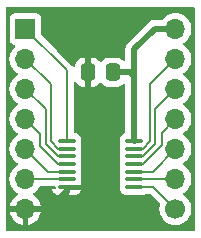
<source format=gtl>
%TF.GenerationSoftware,KiCad,Pcbnew,8.0.4*%
%TF.CreationDate,2025-01-06T14:25:04+00:00*%
%TF.ProjectId,tssop_14_breakout,7473736f-705f-4313-945f-627265616b6f,rev?*%
%TF.SameCoordinates,Original*%
%TF.FileFunction,Copper,L1,Top*%
%TF.FilePolarity,Positive*%
%FSLAX46Y46*%
G04 Gerber Fmt 4.6, Leading zero omitted, Abs format (unit mm)*
G04 Created by KiCad (PCBNEW 8.0.4) date 2025-01-06 14:25:04*
%MOMM*%
%LPD*%
G01*
G04 APERTURE LIST*
G04 Aperture macros list*
%AMRoundRect*
0 Rectangle with rounded corners*
0 $1 Rounding radius*
0 $2 $3 $4 $5 $6 $7 $8 $9 X,Y pos of 4 corners*
0 Add a 4 corners polygon primitive as box body*
4,1,4,$2,$3,$4,$5,$6,$7,$8,$9,$2,$3,0*
0 Add four circle primitives for the rounded corners*
1,1,$1+$1,$2,$3*
1,1,$1+$1,$4,$5*
1,1,$1+$1,$6,$7*
1,1,$1+$1,$8,$9*
0 Add four rect primitives between the rounded corners*
20,1,$1+$1,$2,$3,$4,$5,0*
20,1,$1+$1,$4,$5,$6,$7,0*
20,1,$1+$1,$6,$7,$8,$9,0*
20,1,$1+$1,$8,$9,$2,$3,0*%
G04 Aperture macros list end*
%TA.AperFunction,SMDPad,CuDef*%
%ADD10RoundRect,0.250000X-0.337500X-0.475000X0.337500X-0.475000X0.337500X0.475000X-0.337500X0.475000X0*%
%TD*%
%TA.AperFunction,ComponentPad*%
%ADD11R,1.700000X1.700000*%
%TD*%
%TA.AperFunction,ComponentPad*%
%ADD12O,1.700000X1.700000*%
%TD*%
%TA.AperFunction,SMDPad,CuDef*%
%ADD13RoundRect,0.100000X-0.637500X-0.100000X0.637500X-0.100000X0.637500X0.100000X-0.637500X0.100000X0*%
%TD*%
%TA.AperFunction,ComponentPad*%
%ADD14C,1.700000*%
%TD*%
%TA.AperFunction,ViaPad*%
%ADD15C,0.600000*%
%TD*%
%TA.AperFunction,Conductor*%
%ADD16C,0.500000*%
%TD*%
%TA.AperFunction,Conductor*%
%ADD17C,0.400000*%
%TD*%
%TA.AperFunction,Conductor*%
%ADD18C,0.200000*%
%TD*%
G04 APERTURE END LIST*
D10*
%TO.P,C3,1*%
%TO.N,/GND*%
X57462500Y-56040000D03*
%TO.P,C3,2*%
%TO.N,Net-(J8-Pin_7)*%
X59537500Y-56040000D03*
%TD*%
D11*
%TO.P,J7,1,Pin_1*%
%TO.N,Net-(J7-Pin_1)*%
X52150000Y-52380000D03*
D12*
%TO.P,J7,2,Pin_2*%
%TO.N,Net-(J7-Pin_2)*%
X52150000Y-54920000D03*
%TO.P,J7,3,Pin_3*%
%TO.N,Net-(J7-Pin_3)*%
X52150000Y-57460000D03*
%TO.P,J7,4,Pin_4*%
%TO.N,Net-(J7-Pin_4)*%
X52150000Y-60000000D03*
%TO.P,J7,5,Pin_5*%
%TO.N,Net-(J7-Pin_5)*%
X52150000Y-62540000D03*
%TO.P,J7,6,Pin_6*%
%TO.N,Net-(J7-Pin_6)*%
X52150000Y-65080000D03*
%TO.P,J7,7,Pin_7*%
%TO.N,/GND*%
X52150000Y-67620000D03*
%TD*%
D13*
%TO.P,U4,1,Pin_1*%
%TO.N,Net-(J7-Pin_1)*%
X55637500Y-61860000D03*
%TO.P,U4,2,Pin_2*%
%TO.N,Net-(J7-Pin_2)*%
X55637500Y-62510000D03*
%TO.P,U4,3,Pin_3*%
%TO.N,Net-(J7-Pin_3)*%
X55637500Y-63160000D03*
%TO.P,U4,4,Pin_4*%
%TO.N,Net-(J7-Pin_4)*%
X55637500Y-63810000D03*
%TO.P,U4,5,Pin_5*%
%TO.N,Net-(J7-Pin_5)*%
X55637500Y-64460000D03*
%TO.P,U4,6,Pin_6*%
%TO.N,Net-(J7-Pin_6)*%
X55637500Y-65110000D03*
%TO.P,U4,7,Pin_7*%
%TO.N,/GND*%
X55637500Y-65760000D03*
%TO.P,U4,8,Pin_8*%
%TO.N,Net-(J8-Pin_1)*%
X61362500Y-65760000D03*
%TO.P,U4,9,Pin_9*%
%TO.N,Net-(J8-Pin_2)*%
X61362500Y-65110000D03*
%TO.P,U4,10,Pin_10*%
%TO.N,Net-(J8-Pin_3)*%
X61362500Y-64460000D03*
%TO.P,U4,11,Pin_11*%
%TO.N,Net-(J8-Pin_4)*%
X61362500Y-63810000D03*
%TO.P,U4,12,Pin_12*%
%TO.N,Net-(J8-Pin_5)*%
X61362500Y-63160000D03*
%TO.P,U4,13,Pin_13*%
%TO.N,Net-(J8-Pin_6)*%
X61362500Y-62510000D03*
%TO.P,U4,14,Pin_14*%
%TO.N,Net-(J8-Pin_7)*%
X61362500Y-61860000D03*
%TD*%
D14*
%TO.P,J8,1,Pin_1*%
%TO.N,Net-(J8-Pin_1)*%
X64850000Y-67620000D03*
D12*
%TO.P,J8,2,Pin_2*%
%TO.N,Net-(J8-Pin_2)*%
X64850000Y-65080000D03*
%TO.P,J8,3,Pin_3*%
%TO.N,Net-(J8-Pin_3)*%
X64850000Y-62540000D03*
%TO.P,J8,4,Pin_4*%
%TO.N,Net-(J8-Pin_4)*%
X64850000Y-60000000D03*
%TO.P,J8,5,Pin_5*%
%TO.N,Net-(J8-Pin_5)*%
X64850000Y-57460000D03*
%TO.P,J8,6,Pin_6*%
%TO.N,Net-(J8-Pin_6)*%
X64850000Y-54920000D03*
%TO.P,J8,7,Pin_7*%
%TO.N,Net-(J8-Pin_7)*%
X64850000Y-52380000D03*
%TD*%
D15*
%TO.N,/GND*%
X57290000Y-65760000D03*
X57462500Y-58170000D03*
%TD*%
D16*
%TO.N,/GND*%
X55637500Y-66112500D02*
X54130000Y-67620000D01*
X54130000Y-67620000D02*
X52150000Y-67620000D01*
D17*
X55637500Y-65760000D02*
X55637500Y-66112500D01*
X55637500Y-65760000D02*
X57290000Y-65760000D01*
D16*
X57462500Y-56040000D02*
X57462500Y-58162500D01*
%TO.N,Net-(J8-Pin_7)*%
X61362500Y-61622500D02*
X61362500Y-54097500D01*
X63080000Y-52380000D02*
X64850000Y-52380000D01*
X61362500Y-56410000D02*
X60992500Y-56040000D01*
X61362500Y-54097500D02*
X63080000Y-52380000D01*
D17*
X61362500Y-61860000D02*
X61362500Y-61622500D01*
D16*
X60992500Y-56040000D02*
X59537500Y-56040000D01*
D18*
%TO.N,Net-(J7-Pin_1)*%
X55637500Y-55867500D02*
X52150000Y-52380000D01*
X55637500Y-61860000D02*
X55637500Y-55867500D01*
%TO.N,Net-(J7-Pin_3)*%
X53880000Y-59190000D02*
X52150000Y-57460000D01*
X53880000Y-62139999D02*
X53880000Y-59190000D01*
X54900001Y-63160000D02*
X53880000Y-62139999D01*
X55637500Y-63160000D02*
X54900001Y-63160000D01*
%TO.N,Net-(J7-Pin_4)*%
X54900001Y-63810000D02*
X53400000Y-62309999D01*
X53400000Y-62309999D02*
X53400000Y-61250000D01*
X55637500Y-63810000D02*
X54900001Y-63810000D01*
X53400000Y-61250000D02*
X52150000Y-60000000D01*
%TO.N,Net-(J7-Pin_2)*%
X54280000Y-57050000D02*
X52150000Y-54920000D01*
X54280000Y-61889999D02*
X54280000Y-57050000D01*
X55637500Y-62510000D02*
X54900001Y-62510000D01*
X54900001Y-62510000D02*
X54280000Y-61889999D01*
%TO.N,Net-(J8-Pin_6)*%
X62730000Y-57040000D02*
X64850000Y-54920000D01*
X61362500Y-62510000D02*
X62099999Y-62510000D01*
X62730000Y-61879999D02*
X62730000Y-57040000D01*
X62099999Y-62510000D02*
X62730000Y-61879999D01*
%TO.N,Net-(J8-Pin_4)*%
X63700000Y-62209999D02*
X63700000Y-61150000D01*
X63700000Y-61150000D02*
X64850000Y-60000000D01*
X61362500Y-63810000D02*
X62099999Y-63810000D01*
X62099999Y-63810000D02*
X63700000Y-62209999D01*
%TO.N,Net-(J8-Pin_3)*%
X62930000Y-64460000D02*
X64850000Y-62540000D01*
X61362500Y-64460000D02*
X62930000Y-64460000D01*
%TO.N,Net-(J8-Pin_2)*%
X64820000Y-65110000D02*
X64850000Y-65080000D01*
X61362500Y-65110000D02*
X64820000Y-65110000D01*
%TO.N,Net-(J8-Pin_5)*%
X63140000Y-59170000D02*
X64850000Y-57460000D01*
X63140000Y-62119999D02*
X63140000Y-59170000D01*
X61362500Y-63160000D02*
X62099999Y-63160000D01*
X62099999Y-63160000D02*
X63140000Y-62119999D01*
%TO.N,Net-(J8-Pin_1)*%
X62990000Y-65760000D02*
X64850000Y-67620000D01*
X61362500Y-65760000D02*
X62990000Y-65760000D01*
%TO.N,Net-(J7-Pin_6)*%
X55637500Y-65110000D02*
X52180000Y-65110000D01*
X52180000Y-65110000D02*
X52150000Y-65080000D01*
%TO.N,Net-(J7-Pin_5)*%
X54070000Y-64460000D02*
X52150000Y-62540000D01*
X55637500Y-64460000D02*
X54070000Y-64460000D01*
%TD*%
%TA.AperFunction,Conductor*%
%TO.N,/GND*%
G36*
X66442539Y-50520185D02*
G01*
X66488294Y-50572989D01*
X66499500Y-50624500D01*
X66499500Y-69375500D01*
X66479815Y-69442539D01*
X66427011Y-69488294D01*
X66375500Y-69499500D01*
X50624500Y-69499500D01*
X50557461Y-69479815D01*
X50511706Y-69427011D01*
X50500500Y-69375500D01*
X50500500Y-54919999D01*
X50794341Y-54919999D01*
X50794341Y-54920000D01*
X50814936Y-55155403D01*
X50814938Y-55155413D01*
X50876094Y-55383655D01*
X50876096Y-55383659D01*
X50876097Y-55383663D01*
X50952384Y-55547260D01*
X50975965Y-55597830D01*
X50975967Y-55597834D01*
X51111501Y-55791395D01*
X51111506Y-55791402D01*
X51278597Y-55958493D01*
X51278603Y-55958498D01*
X51464158Y-56088425D01*
X51507783Y-56143002D01*
X51514977Y-56212500D01*
X51483454Y-56274855D01*
X51464158Y-56291575D01*
X51278597Y-56421505D01*
X51111505Y-56588597D01*
X50975965Y-56782169D01*
X50975964Y-56782171D01*
X50876098Y-56996335D01*
X50876094Y-56996344D01*
X50814938Y-57224586D01*
X50814936Y-57224596D01*
X50794341Y-57459999D01*
X50794341Y-57460000D01*
X50814936Y-57695403D01*
X50814938Y-57695413D01*
X50876094Y-57923655D01*
X50876096Y-57923659D01*
X50876097Y-57923663D01*
X50972437Y-58130265D01*
X50975965Y-58137830D01*
X50975967Y-58137834D01*
X51111501Y-58331395D01*
X51111506Y-58331402D01*
X51278597Y-58498493D01*
X51278603Y-58498498D01*
X51464158Y-58628425D01*
X51507783Y-58683002D01*
X51514977Y-58752500D01*
X51483454Y-58814855D01*
X51464158Y-58831575D01*
X51278597Y-58961505D01*
X51111505Y-59128597D01*
X50975965Y-59322169D01*
X50975964Y-59322171D01*
X50876098Y-59536335D01*
X50876094Y-59536344D01*
X50814938Y-59764586D01*
X50814936Y-59764596D01*
X50794341Y-59999999D01*
X50794341Y-60000000D01*
X50814936Y-60235403D01*
X50814938Y-60235413D01*
X50876094Y-60463655D01*
X50876096Y-60463659D01*
X50876097Y-60463663D01*
X50975965Y-60677830D01*
X50975967Y-60677834D01*
X51111501Y-60871395D01*
X51111506Y-60871402D01*
X51278597Y-61038493D01*
X51278603Y-61038498D01*
X51464158Y-61168425D01*
X51507783Y-61223002D01*
X51514977Y-61292500D01*
X51483454Y-61354855D01*
X51464158Y-61371575D01*
X51278597Y-61501505D01*
X51111505Y-61668597D01*
X50975965Y-61862169D01*
X50975964Y-61862171D01*
X50876098Y-62076335D01*
X50876094Y-62076344D01*
X50814938Y-62304586D01*
X50814936Y-62304596D01*
X50794341Y-62539999D01*
X50794341Y-62540000D01*
X50814936Y-62775403D01*
X50814938Y-62775413D01*
X50876094Y-63003655D01*
X50876096Y-63003659D01*
X50876097Y-63003663D01*
X50884014Y-63020640D01*
X50975965Y-63217830D01*
X50975967Y-63217834D01*
X51111501Y-63411395D01*
X51111506Y-63411402D01*
X51278597Y-63578493D01*
X51278603Y-63578498D01*
X51464158Y-63708425D01*
X51507783Y-63763002D01*
X51514977Y-63832500D01*
X51483454Y-63894855D01*
X51464158Y-63911575D01*
X51278597Y-64041505D01*
X51111505Y-64208597D01*
X50975965Y-64402169D01*
X50975964Y-64402171D01*
X50876098Y-64616335D01*
X50876094Y-64616344D01*
X50814938Y-64844586D01*
X50814936Y-64844596D01*
X50794341Y-65079999D01*
X50794341Y-65080000D01*
X50814936Y-65315403D01*
X50814938Y-65315413D01*
X50876094Y-65543655D01*
X50876096Y-65543659D01*
X50876097Y-65543663D01*
X50920219Y-65638282D01*
X50975965Y-65757830D01*
X50975967Y-65757834D01*
X51084281Y-65912521D01*
X51111501Y-65951396D01*
X51111506Y-65951402D01*
X51278597Y-66118493D01*
X51278603Y-66118498D01*
X51464594Y-66248730D01*
X51508219Y-66303307D01*
X51515413Y-66372805D01*
X51483890Y-66435160D01*
X51464595Y-66451880D01*
X51278922Y-66581890D01*
X51278920Y-66581891D01*
X51111891Y-66748920D01*
X51111886Y-66748926D01*
X50976400Y-66942420D01*
X50976399Y-66942422D01*
X50876570Y-67156507D01*
X50876567Y-67156513D01*
X50819364Y-67369999D01*
X50819364Y-67370000D01*
X51716988Y-67370000D01*
X51684075Y-67427007D01*
X51650000Y-67554174D01*
X51650000Y-67685826D01*
X51684075Y-67812993D01*
X51716988Y-67870000D01*
X50819364Y-67870000D01*
X50876567Y-68083486D01*
X50876570Y-68083492D01*
X50976399Y-68297578D01*
X51111894Y-68491082D01*
X51278917Y-68658105D01*
X51472421Y-68793600D01*
X51686507Y-68893429D01*
X51686516Y-68893433D01*
X51900000Y-68950634D01*
X51900000Y-68053012D01*
X51957007Y-68085925D01*
X52084174Y-68120000D01*
X52215826Y-68120000D01*
X52342993Y-68085925D01*
X52400000Y-68053012D01*
X52400000Y-68950633D01*
X52613483Y-68893433D01*
X52613492Y-68893429D01*
X52827578Y-68793600D01*
X53021082Y-68658105D01*
X53188105Y-68491082D01*
X53323600Y-68297578D01*
X53423429Y-68083492D01*
X53423432Y-68083486D01*
X53480636Y-67870000D01*
X52583012Y-67870000D01*
X52615925Y-67812993D01*
X52650000Y-67685826D01*
X52650000Y-67554174D01*
X52615925Y-67427007D01*
X52583012Y-67370000D01*
X53480636Y-67370000D01*
X53480635Y-67369999D01*
X53423432Y-67156513D01*
X53423429Y-67156507D01*
X53323600Y-66942422D01*
X53323599Y-66942420D01*
X53188113Y-66748926D01*
X53188108Y-66748920D01*
X53021078Y-66581890D01*
X52835405Y-66451879D01*
X52791780Y-66397302D01*
X52784588Y-66327804D01*
X52816110Y-66265449D01*
X52835406Y-66248730D01*
X52958071Y-66162839D01*
X53021401Y-66118495D01*
X53188495Y-65951401D01*
X53320151Y-65763377D01*
X53374728Y-65719752D01*
X53421726Y-65710500D01*
X54623743Y-65710500D01*
X54690782Y-65730185D01*
X54699250Y-65736140D01*
X54701204Y-65737640D01*
X54742395Y-65794076D01*
X54746535Y-65863823D01*
X54712310Y-65924736D01*
X54650586Y-65957476D01*
X54625697Y-65960000D01*
X54407990Y-65960000D01*
X54407988Y-65960001D01*
X54415442Y-66016627D01*
X54415444Y-66016633D01*
X54475899Y-66162585D01*
X54572075Y-66287924D01*
X54697413Y-66384100D01*
X54843365Y-66444554D01*
X54843369Y-66444555D01*
X54960676Y-66459999D01*
X55437499Y-66459999D01*
X55437500Y-66459998D01*
X55437500Y-65934499D01*
X55457185Y-65867460D01*
X55509989Y-65821705D01*
X55561497Y-65810499D01*
X55713501Y-65810499D01*
X55780539Y-65830184D01*
X55826294Y-65882988D01*
X55837500Y-65934499D01*
X55837500Y-66459999D01*
X56314324Y-66459999D01*
X56431628Y-66444557D01*
X56431633Y-66444555D01*
X56577585Y-66384100D01*
X56702924Y-66287924D01*
X56799100Y-66162586D01*
X56859555Y-66016631D01*
X56867012Y-65960000D01*
X56649303Y-65960000D01*
X56582264Y-65940315D01*
X56536509Y-65887511D01*
X56526565Y-65818353D01*
X56555590Y-65754797D01*
X56573816Y-65737624D01*
X56577839Y-65734536D01*
X56577841Y-65734536D01*
X56703282Y-65638282D01*
X56716821Y-65620638D01*
X56726125Y-65608513D01*
X56782553Y-65567310D01*
X56824500Y-65560000D01*
X56867010Y-65560000D01*
X56867011Y-65559998D01*
X56859558Y-65503377D01*
X56859554Y-65503365D01*
X56851163Y-65483106D01*
X56843694Y-65413637D01*
X56851164Y-65388199D01*
X56851433Y-65387550D01*
X56860044Y-65366762D01*
X56875500Y-65249361D01*
X56875499Y-64970640D01*
X56860044Y-64853238D01*
X56860042Y-64853234D01*
X56851435Y-64832455D01*
X56843965Y-64762986D01*
X56851435Y-64737545D01*
X56860044Y-64716762D01*
X56875500Y-64599361D01*
X56875499Y-64320640D01*
X56860044Y-64203238D01*
X56860042Y-64203234D01*
X56851435Y-64182455D01*
X56843965Y-64112986D01*
X56851435Y-64087545D01*
X56860044Y-64066762D01*
X56875500Y-63949361D01*
X56875499Y-63670640D01*
X56860044Y-63553238D01*
X56860042Y-63553234D01*
X56851435Y-63532455D01*
X56843965Y-63462986D01*
X56851435Y-63437545D01*
X56860044Y-63416762D01*
X56875500Y-63299361D01*
X56875499Y-63020640D01*
X56860044Y-62903238D01*
X56860042Y-62903234D01*
X56851435Y-62882455D01*
X56843965Y-62812986D01*
X56851435Y-62787545D01*
X56860044Y-62766762D01*
X56875500Y-62649361D01*
X56875499Y-62370640D01*
X56860044Y-62253238D01*
X56860042Y-62253234D01*
X56851435Y-62232455D01*
X56843965Y-62162986D01*
X56851435Y-62137545D01*
X56860044Y-62116762D01*
X56875500Y-61999361D01*
X56875499Y-61720640D01*
X56875499Y-61720638D01*
X56875499Y-61720636D01*
X56860046Y-61603246D01*
X56860044Y-61603239D01*
X56860044Y-61603238D01*
X56799536Y-61457159D01*
X56703282Y-61331718D01*
X56577841Y-61235464D01*
X56431762Y-61174956D01*
X56418126Y-61173160D01*
X56345813Y-61163640D01*
X56281917Y-61135373D01*
X56243447Y-61077048D01*
X56238000Y-61040701D01*
X56238000Y-56942825D01*
X56257685Y-56875786D01*
X56310489Y-56830031D01*
X56379647Y-56820087D01*
X56443203Y-56849112D01*
X56467539Y-56877728D01*
X56532684Y-56983345D01*
X56656654Y-57107315D01*
X56805875Y-57199356D01*
X56805880Y-57199358D01*
X56972302Y-57254505D01*
X56972309Y-57254506D01*
X57075019Y-57264999D01*
X57212499Y-57264999D01*
X57212500Y-57264998D01*
X57212500Y-54815000D01*
X57712500Y-54815000D01*
X57712500Y-57264999D01*
X57849972Y-57264999D01*
X57849986Y-57264998D01*
X57952697Y-57254505D01*
X58119119Y-57199358D01*
X58119124Y-57199356D01*
X58268345Y-57107315D01*
X58392318Y-56983342D01*
X58394165Y-56980348D01*
X58395969Y-56978724D01*
X58396798Y-56977677D01*
X58396976Y-56977818D01*
X58446110Y-56933621D01*
X58515073Y-56922396D01*
X58579156Y-56950236D01*
X58605243Y-56980341D01*
X58607288Y-56983656D01*
X58731344Y-57107712D01*
X58880666Y-57199814D01*
X59047203Y-57254999D01*
X59149991Y-57265500D01*
X59925008Y-57265499D01*
X59925016Y-57265498D01*
X59925019Y-57265498D01*
X59981302Y-57259748D01*
X60027797Y-57254999D01*
X60194334Y-57199814D01*
X60343656Y-57107712D01*
X60400319Y-57051049D01*
X60461642Y-57017564D01*
X60531334Y-57022548D01*
X60587267Y-57064420D01*
X60611684Y-57129884D01*
X60612000Y-57138730D01*
X60612000Y-61073975D01*
X60592315Y-61141014D01*
X60539511Y-61186769D01*
X60535453Y-61188536D01*
X60422160Y-61235463D01*
X60296718Y-61331718D01*
X60200463Y-61457160D01*
X60139956Y-61603237D01*
X60139955Y-61603239D01*
X60124500Y-61720638D01*
X60124500Y-61999363D01*
X60139953Y-62116753D01*
X60139957Y-62116765D01*
X60148566Y-62137550D01*
X60156033Y-62207019D01*
X60148566Y-62232450D01*
X60139957Y-62253234D01*
X60139955Y-62253239D01*
X60124500Y-62370638D01*
X60124500Y-62649363D01*
X60139953Y-62766753D01*
X60139957Y-62766765D01*
X60148566Y-62787550D01*
X60156033Y-62857019D01*
X60148566Y-62882450D01*
X60139957Y-62903234D01*
X60139955Y-62903239D01*
X60124500Y-63020638D01*
X60124500Y-63299363D01*
X60139953Y-63416753D01*
X60139957Y-63416765D01*
X60148566Y-63437550D01*
X60156033Y-63507019D01*
X60148566Y-63532450D01*
X60139957Y-63553234D01*
X60139955Y-63553239D01*
X60124500Y-63670638D01*
X60124500Y-63949363D01*
X60139953Y-64066753D01*
X60139957Y-64066765D01*
X60148566Y-64087550D01*
X60156033Y-64157019D01*
X60148566Y-64182450D01*
X60139957Y-64203234D01*
X60139955Y-64203239D01*
X60124500Y-64320638D01*
X60124500Y-64599363D01*
X60139953Y-64716753D01*
X60139957Y-64716765D01*
X60148566Y-64737550D01*
X60156033Y-64807019D01*
X60148566Y-64832450D01*
X60139957Y-64853234D01*
X60139955Y-64853239D01*
X60124500Y-64970638D01*
X60124500Y-65249363D01*
X60139953Y-65366753D01*
X60139957Y-65366765D01*
X60148566Y-65387550D01*
X60156033Y-65457019D01*
X60148566Y-65482450D01*
X60139957Y-65503234D01*
X60139955Y-65503239D01*
X60124500Y-65620638D01*
X60124500Y-65899363D01*
X60139953Y-66016753D01*
X60139956Y-66016762D01*
X60200464Y-66162841D01*
X60296718Y-66288282D01*
X60422159Y-66384536D01*
X60568238Y-66445044D01*
X60685639Y-66460500D01*
X62039360Y-66460499D01*
X62039363Y-66460499D01*
X62156753Y-66445046D01*
X62156757Y-66445044D01*
X62156762Y-66445044D01*
X62302841Y-66384536D01*
X62302845Y-66384532D01*
X62309876Y-66380474D01*
X62310882Y-66382216D01*
X62365932Y-66360931D01*
X62376257Y-66360500D01*
X62689903Y-66360500D01*
X62756942Y-66380185D01*
X62777584Y-66396819D01*
X63517233Y-67136468D01*
X63550718Y-67197791D01*
X63549327Y-67256241D01*
X63514939Y-67384583D01*
X63514936Y-67384596D01*
X63494341Y-67619999D01*
X63494341Y-67620000D01*
X63514936Y-67855403D01*
X63514938Y-67855413D01*
X63576094Y-68083655D01*
X63576096Y-68083659D01*
X63576097Y-68083663D01*
X63675847Y-68297578D01*
X63675965Y-68297830D01*
X63675967Y-68297834D01*
X63784281Y-68452521D01*
X63811505Y-68491401D01*
X63978599Y-68658495D01*
X64075384Y-68726265D01*
X64172165Y-68794032D01*
X64172167Y-68794033D01*
X64172170Y-68794035D01*
X64386337Y-68893903D01*
X64614592Y-68955063D01*
X64802918Y-68971539D01*
X64849999Y-68975659D01*
X64850000Y-68975659D01*
X64850001Y-68975659D01*
X64889234Y-68972226D01*
X65085408Y-68955063D01*
X65313663Y-68893903D01*
X65527830Y-68794035D01*
X65721401Y-68658495D01*
X65888495Y-68491401D01*
X66024035Y-68297830D01*
X66123903Y-68083663D01*
X66185063Y-67855408D01*
X66205659Y-67620000D01*
X66185063Y-67384592D01*
X66123903Y-67156337D01*
X66024035Y-66942171D01*
X65888495Y-66748599D01*
X65888494Y-66748597D01*
X65721402Y-66581506D01*
X65721396Y-66581501D01*
X65535842Y-66451575D01*
X65492217Y-66396998D01*
X65485023Y-66327500D01*
X65516546Y-66265145D01*
X65535842Y-66248425D01*
X65658071Y-66162839D01*
X65721401Y-66118495D01*
X65888495Y-65951401D01*
X66024035Y-65757830D01*
X66123903Y-65543663D01*
X66185063Y-65315408D01*
X66205659Y-65080000D01*
X66185063Y-64844592D01*
X66123903Y-64616337D01*
X66024035Y-64402171D01*
X65966946Y-64320638D01*
X65888494Y-64208597D01*
X65721402Y-64041506D01*
X65721396Y-64041501D01*
X65535842Y-63911575D01*
X65492217Y-63856998D01*
X65485023Y-63787500D01*
X65516546Y-63725145D01*
X65535842Y-63708425D01*
X65589807Y-63670638D01*
X65721401Y-63578495D01*
X65888495Y-63411401D01*
X66024035Y-63217830D01*
X66123903Y-63003663D01*
X66185063Y-62775408D01*
X66205659Y-62540000D01*
X66185063Y-62304592D01*
X66123903Y-62076337D01*
X66024035Y-61862171D01*
X65924935Y-61720640D01*
X65888494Y-61668597D01*
X65721402Y-61501506D01*
X65721396Y-61501501D01*
X65535842Y-61371575D01*
X65492217Y-61316998D01*
X65485023Y-61247500D01*
X65516546Y-61185145D01*
X65535842Y-61168425D01*
X65583045Y-61135373D01*
X65721401Y-61038495D01*
X65888495Y-60871401D01*
X66024035Y-60677830D01*
X66123903Y-60463663D01*
X66185063Y-60235408D01*
X66205659Y-60000000D01*
X66185063Y-59764592D01*
X66123903Y-59536337D01*
X66024035Y-59322171D01*
X65888495Y-59128599D01*
X65888494Y-59128597D01*
X65721402Y-58961506D01*
X65721396Y-58961501D01*
X65535842Y-58831575D01*
X65492217Y-58776998D01*
X65485023Y-58707500D01*
X65516546Y-58645145D01*
X65535842Y-58628425D01*
X65558026Y-58612891D01*
X65721401Y-58498495D01*
X65888495Y-58331401D01*
X66024035Y-58137830D01*
X66123903Y-57923663D01*
X66185063Y-57695408D01*
X66205659Y-57460000D01*
X66185063Y-57224592D01*
X66123903Y-56996337D01*
X66024035Y-56782171D01*
X65970059Y-56705084D01*
X65888494Y-56588597D01*
X65721402Y-56421506D01*
X65721396Y-56421501D01*
X65535842Y-56291575D01*
X65492217Y-56236998D01*
X65485023Y-56167500D01*
X65516546Y-56105145D01*
X65535842Y-56088425D01*
X65558026Y-56072891D01*
X65721401Y-55958495D01*
X65888495Y-55791401D01*
X66024035Y-55597830D01*
X66123903Y-55383663D01*
X66185063Y-55155408D01*
X66205659Y-54920000D01*
X66185063Y-54684592D01*
X66123903Y-54456337D01*
X66024035Y-54242171D01*
X65888495Y-54048599D01*
X65888494Y-54048597D01*
X65721402Y-53881506D01*
X65721396Y-53881501D01*
X65535842Y-53751575D01*
X65492217Y-53696998D01*
X65485023Y-53627500D01*
X65516546Y-53565145D01*
X65535842Y-53548425D01*
X65558026Y-53532891D01*
X65721401Y-53418495D01*
X65888495Y-53251401D01*
X66024035Y-53057830D01*
X66123903Y-52843663D01*
X66185063Y-52615408D01*
X66205659Y-52380000D01*
X66185063Y-52144592D01*
X66123903Y-51916337D01*
X66024035Y-51702171D01*
X65993347Y-51658343D01*
X65888494Y-51508597D01*
X65721402Y-51341506D01*
X65721395Y-51341501D01*
X65527834Y-51205967D01*
X65527830Y-51205965D01*
X65527828Y-51205964D01*
X65313663Y-51106097D01*
X65313659Y-51106096D01*
X65313655Y-51106094D01*
X65085413Y-51044938D01*
X65085403Y-51044936D01*
X64850001Y-51024341D01*
X64849999Y-51024341D01*
X64614596Y-51044936D01*
X64614586Y-51044938D01*
X64386344Y-51106094D01*
X64386335Y-51106098D01*
X64172171Y-51205964D01*
X64172169Y-51205965D01*
X63978597Y-51341505D01*
X63811506Y-51508596D01*
X63763874Y-51576623D01*
X63709297Y-51620248D01*
X63662299Y-51629500D01*
X63006080Y-51629500D01*
X62861092Y-51658340D01*
X62861082Y-51658343D01*
X62724509Y-51714913D01*
X62724507Y-51714914D01*
X62683645Y-51742218D01*
X62683643Y-51742219D01*
X62601589Y-51797043D01*
X62601584Y-51797047D01*
X60779550Y-53619080D01*
X60779544Y-53619088D01*
X60730312Y-53692768D01*
X60730313Y-53692769D01*
X60697421Y-53741996D01*
X60697414Y-53742008D01*
X60640842Y-53878586D01*
X60640840Y-53878592D01*
X60612000Y-54023579D01*
X60612000Y-54941270D01*
X60592315Y-55008309D01*
X60539511Y-55054064D01*
X60470353Y-55064008D01*
X60406797Y-55034983D01*
X60400319Y-55028951D01*
X60343657Y-54972289D01*
X60343656Y-54972288D01*
X60194334Y-54880186D01*
X60027797Y-54825001D01*
X60027795Y-54825000D01*
X59925010Y-54814500D01*
X59149998Y-54814500D01*
X59149980Y-54814501D01*
X59047203Y-54825000D01*
X59047200Y-54825001D01*
X58880668Y-54880185D01*
X58880663Y-54880187D01*
X58731342Y-54972289D01*
X58607288Y-55096343D01*
X58607283Y-55096349D01*
X58605241Y-55099661D01*
X58603247Y-55101453D01*
X58602807Y-55102011D01*
X58602711Y-55101935D01*
X58553291Y-55146383D01*
X58484328Y-55157602D01*
X58420247Y-55129755D01*
X58394168Y-55099656D01*
X58392319Y-55096659D01*
X58392316Y-55096655D01*
X58268345Y-54972684D01*
X58119124Y-54880643D01*
X58119119Y-54880641D01*
X57952697Y-54825494D01*
X57952690Y-54825493D01*
X57849986Y-54815000D01*
X57712500Y-54815000D01*
X57212500Y-54815000D01*
X57075027Y-54815000D01*
X57075012Y-54815001D01*
X56972302Y-54825494D01*
X56805880Y-54880641D01*
X56805875Y-54880643D01*
X56656654Y-54972684D01*
X56532684Y-55096654D01*
X56440643Y-55245875D01*
X56440641Y-55245880D01*
X56385494Y-55412302D01*
X56385493Y-55412309D01*
X56376752Y-55497864D01*
X56350355Y-55562555D01*
X56293174Y-55602706D01*
X56223363Y-55605568D01*
X56163086Y-55570234D01*
X56146009Y-55547263D01*
X56118020Y-55498784D01*
X54861405Y-54242169D01*
X53536818Y-52917582D01*
X53503333Y-52856259D01*
X53500499Y-52829901D01*
X53500499Y-51482129D01*
X53500498Y-51482123D01*
X53500497Y-51482116D01*
X53494091Y-51422517D01*
X53443796Y-51287669D01*
X53443795Y-51287668D01*
X53443793Y-51287664D01*
X53357547Y-51172455D01*
X53357544Y-51172452D01*
X53242335Y-51086206D01*
X53242328Y-51086202D01*
X53107482Y-51035908D01*
X53107483Y-51035908D01*
X53047883Y-51029501D01*
X53047881Y-51029500D01*
X53047873Y-51029500D01*
X53047864Y-51029500D01*
X51252129Y-51029500D01*
X51252123Y-51029501D01*
X51192516Y-51035908D01*
X51057671Y-51086202D01*
X51057664Y-51086206D01*
X50942455Y-51172452D01*
X50942452Y-51172455D01*
X50856206Y-51287664D01*
X50856202Y-51287671D01*
X50805908Y-51422517D01*
X50799501Y-51482116D01*
X50799501Y-51482123D01*
X50799500Y-51482135D01*
X50799500Y-53277870D01*
X50799501Y-53277876D01*
X50805908Y-53337483D01*
X50856202Y-53472328D01*
X50856206Y-53472335D01*
X50942452Y-53587544D01*
X50942455Y-53587547D01*
X51057664Y-53673793D01*
X51057671Y-53673797D01*
X51189081Y-53722810D01*
X51245015Y-53764681D01*
X51269432Y-53830145D01*
X51254580Y-53898418D01*
X51233430Y-53926673D01*
X51111503Y-54048600D01*
X50975965Y-54242169D01*
X50975964Y-54242171D01*
X50876098Y-54456335D01*
X50876094Y-54456344D01*
X50814938Y-54684586D01*
X50814936Y-54684596D01*
X50794341Y-54919999D01*
X50500500Y-54919999D01*
X50500500Y-50624500D01*
X50520185Y-50557461D01*
X50572989Y-50511706D01*
X50624500Y-50500500D01*
X66375500Y-50500500D01*
X66442539Y-50520185D01*
G37*
%TD.AperFunction*%
%TD*%
M02*

</source>
